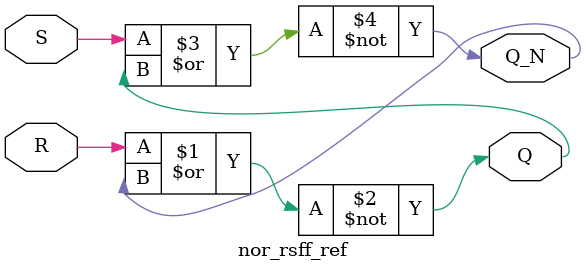
<source format=sv>
/*
 * Original version of RS-FF constructed from loops of SN7402 NOR
 * for simulation reference
 */
module nor_rsff_ref(
  input   logic  R, S,
  output  logic  Q, Q_N
);
  assign Q = ~(R | Q_N);
  assign Q_N = ~(S | Q);

endmodule

</source>
